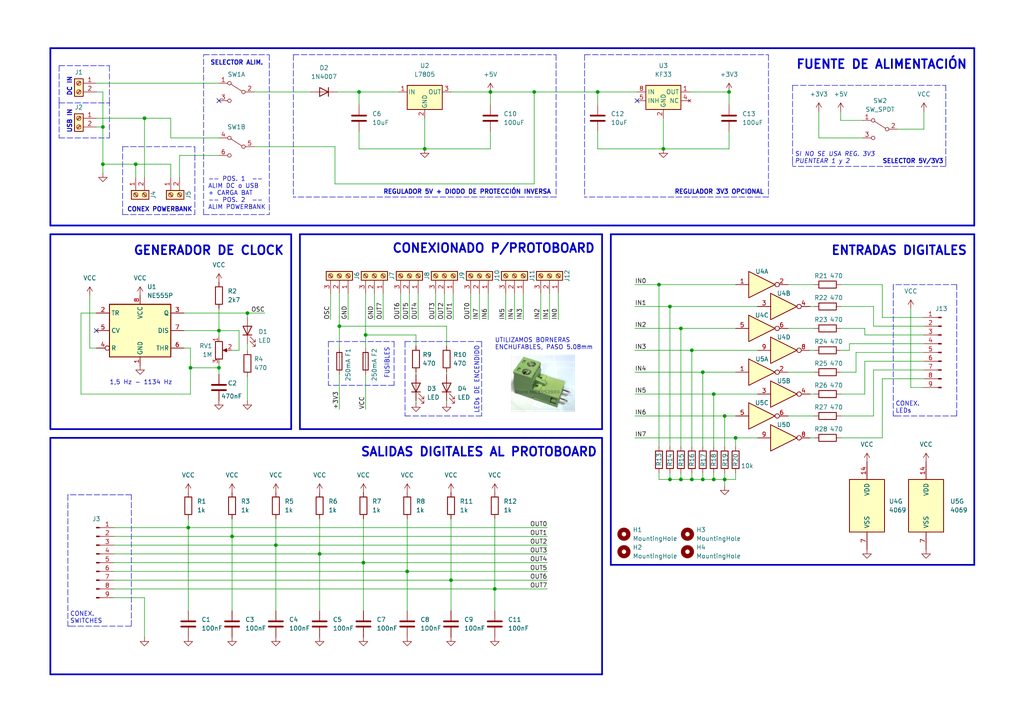
<source format=kicad_sch>
(kicad_sch (version 20211123) (generator eeschema)
  (paper "A4")
  (title_block (title "Practico de Laboratorio N° 1. --- Mini Lab ---") (date "2022-03-25") (rev "0.1") (company "UTN FRC - Ing. Electrónica") (comment 1 "Propuesta MINILAB") (comment 2 "Técnicas Digitales 1") (comment 3 "Morán, Juan  -  Sánchez, Juan  -  Pioli, Andrés  -  Philippeaux, Enrique"))
  (junction (at 104.14 26.67))
  (junction (at 80.01 158.115))
  (junction (at 194.31 139.065))
  (junction (at 197.485 139.065))
  (junction (at 118.11 165.735))
  (junction (at 92.71 160.655))
  (junction (at 203.835 139.065))
  (junction (at 63.5 106.68))
  (junction (at 143.51 170.815))
  (junction (at 63.5 95.885))
  (junction (at 29.845 36.83))
  (junction (at 197.485 95.25))
  (junction (at 142.24 26.67))
  (junction (at 200.66 101.6))
  (junction (at 200.66 139.065))
  (junction (at 105.41 163.195))
  (junction (at 194.31 88.9))
  (junction (at 29.845 47.625))
  (junction (at 98.425 94.615))
  (junction (at 54.61 153.035))
  (junction (at 106.045 97.155))
  (junction (at 207.01 114.3))
  (junction (at 55.245 106.68))
  (junction (at 123.19 43.18))
  (junction (at 207.01 139.065))
  (junction (at 213.36 127))
  (junction (at 67.31 155.575))
  (junction (at 210.185 120.65))
  (junction (at 130.81 168.275))
  (junction (at 154.94 26.67))
  (junction (at 191.135 82.55))
  (junction (at 192.405 43.18))
  (junction (at 41.91 34.29))
  (junction (at 39.37 47.625))
  (junction (at 210.185 139.065))
  (junction (at 211.455 26.67))
  (junction (at 203.835 107.95))
  (junction (at 71.755 90.805))
  (junction (at 173.355 26.67))
  (no_connect (at 27.94 95.885))
  (no_connect (at 184.785 29.21))
  (no_connect (at 63.5 29.21))
  (no_connect (at 320.04 96.52))
  (no_connect (at 320.04 104.775))
  (no_connect (at 320.04 121.285))
  (no_connect (at 320.04 113.03))
  (polyline (pts (xy 117.475 99.06) (xy 139.7 99.06)))
  (wire (pts (xy 207.01 114.3) (xy 219.71 114.3)))
  (wire (pts (xy 71.755 90.805) (xy 76.835 90.805)))
  (wire (pts (xy 228.6 107.95) (xy 236.22 107.95)))
  (polyline (pts (xy 282.575 163.83) (xy 282.575 67.945)) (stroke (width 0.5) (type solid)))
  (wire (pts (xy 63.5 106.68) (xy 63.5 108.585)))
  (polyline (pts (xy 259.08 120.65) (xy 259.715 120.65)))
  (wire (pts (xy 161.925 85.09) (xy 161.925 92.71)))
  (wire (pts (xy 267.97 37.465) (xy 260.35 37.465)))
  (wire (pts (xy 211.455 30.48) (xy 211.455 26.67)))
  (polyline (pts (xy 229.87 24.765) (xy 274.32 24.765)))
  (wire (pts (xy 98.425 94.615) (xy 98.425 100.965)))
  (polyline (pts (xy 259.08 82.55) (xy 259.08 120.65)))
  (wire (pts (xy 184.15 101.6) (xy 200.66 101.6)))
  (wire (pts (xy 194.31 137.16) (xy 194.31 139.065)))
  (wire (pts (xy 92.71 160.655) (xy 158.75 160.655)))
  (wire (pts (xy 41.91 34.29) (xy 41.91 51.435)))
  (wire (pts (xy 129.54 116.205) (xy 129.54 116.84)))
  (polyline (pts (xy 177.165 163.83) (xy 282.575 163.83)) (stroke (width 0.5) (type solid)))
  (wire (pts (xy 136.525 85.09) (xy 136.525 92.71)))
  (wire (pts (xy 49.53 40.005) (xy 63.5 40.005)))
  (polyline (pts (xy 14.605 67.945) (xy 14.605 124.46)) (stroke (width 0.5) (type solid)))
  (wire (pts (xy 33.02 170.815) (xy 143.51 170.815)))
  (wire (pts (xy 197.485 139.065) (xy 194.31 139.065)))
  (polyline (pts (xy 174.625 67.945) (xy 86.995 67.945)) (stroke (width 0.5) (type solid)))
  (wire (pts (xy 92.71 160.655) (xy 92.71 177.165)))
  (wire (pts (xy 210.185 120.65) (xy 213.36 120.65)))
  (wire (pts (xy 267.97 107.315) (xy 253.365 107.315)))
  (wire (pts (xy 106.045 97.155) (xy 106.045 100.965)))
  (polyline (pts (xy 174.625 195.58) (xy 174.625 127)) (stroke (width 0.5) (type solid)))
  (wire (pts (xy 73.66 42.545) (xy 97.155 42.545)))
  (wire (pts (xy 52.07 45.085) (xy 63.5 45.085)))
  (polyline (pts (xy 20.32 181.61) (xy 38.1 181.61)))
  (wire (pts (xy 105.41 163.195) (xy 158.75 163.195)))
  (polyline (pts (xy 17.145 19.05) (xy 31.75 19.05)))
  (wire (pts (xy 49.53 47.625) (xy 49.53 51.435)))
  (wire (pts (xy 250.825 114.3) (xy 243.84 114.3)))
  (wire (pts (xy 210.185 137.16) (xy 210.185 139.065)))
  (polyline (pts (xy 35.56 62.23) (xy 35.56 42.545)))
  (wire (pts (xy 228.6 95.25) (xy 236.22 95.25)))
  (polyline (pts (xy 86.995 67.945) (xy 86.995 124.46)) (stroke (width 0.5) (type solid)))
  (wire (pts (xy 142.24 38.1) (xy 142.24 43.18)))
  (wire (pts (xy 123.19 34.29) (xy 123.19 43.18)))
  (wire (pts (xy 80.01 150.495) (xy 80.01 158.115)))
  (wire (pts (xy 71.755 90.805) (xy 53.34 90.805)))
  (polyline (pts (xy 229.87 46.355) (xy 229.87 48.26)))
  (wire (pts (xy 71.755 99.695) (xy 71.755 101.6)))
  (wire (pts (xy 234.95 88.9) (xy 236.22 88.9)))
  (wire (pts (xy 41.91 173.355) (xy 41.91 184.785)))
  (wire (pts (xy 118.11 150.495) (xy 118.11 165.735)))
  (wire (pts (xy 80.01 158.115) (xy 158.75 158.115)))
  (wire (pts (xy 213.36 129.54) (xy 213.36 127)))
  (polyline (pts (xy 31.75 40.005) (xy 31.75 29.845)))
  (polyline (pts (xy 277.495 82.55) (xy 259.08 82.55)))
  (wire (pts (xy 116.205 85.09) (xy 116.205 92.71)))
  (wire (pts (xy 39.37 47.625) (xy 49.53 47.625)))
  (wire (pts (xy 63.5 105.41) (xy 63.5 106.68)))
  (polyline (pts (xy 17.145 40.005) (xy 31.75 40.005)))
  (polyline (pts (xy 139.7 120.65) (xy 117.475 120.65)))
  (wire (pts (xy 54.61 153.035) (xy 158.75 153.035)))
  (wire (pts (xy 234.95 114.3) (xy 236.22 114.3)))
  (polyline (pts (xy 229.87 24.765) (xy 229.87 46.355)))
  (wire (pts (xy 154.94 26.67) (xy 173.355 26.67)))
  (wire (pts (xy 210.185 129.54) (xy 210.185 120.65)))
  (wire (pts (xy 156.845 85.09) (xy 156.845 92.71)))
  (wire (pts (xy 264.16 89.535) (xy 264.16 112.395)))
  (wire (pts (xy 123.19 43.18) (xy 104.14 43.18)))
  (wire (pts (xy 173.355 26.67) (xy 173.355 30.48)))
  (wire (pts (xy 100.965 85.09) (xy 100.965 92.71)))
  (wire (pts (xy 200.66 139.065) (xy 197.485 139.065)))
  (polyline (pts (xy 114.3 111.76) (xy 95.25 111.76)))
  (wire (pts (xy 142.24 30.48) (xy 142.24 26.67)))
  (wire (pts (xy 143.51 170.815) (xy 143.51 177.165)))
  (wire (pts (xy 39.37 47.625) (xy 39.37 51.435)))
  (wire (pts (xy 250.825 95.25) (xy 243.84 95.25)))
  (wire (pts (xy 200.66 101.6) (xy 219.71 101.6)))
  (wire (pts (xy 120.65 116.205) (xy 120.65 116.84)))
  (wire (pts (xy 191.135 82.55) (xy 213.36 82.55)))
  (polyline (pts (xy 161.29 57.15) (xy 85.09 57.15)))
  (wire (pts (xy 234.95 127) (xy 236.22 127)))
  (polyline (pts (xy 274.32 24.765) (xy 274.32 46.355)))
  (wire (pts (xy 207.01 137.16) (xy 207.01 139.065)))
  (wire (pts (xy 184.15 127) (xy 213.36 127)))
  (wire (pts (xy 191.135 129.54) (xy 191.135 82.55)))
  (wire (pts (xy 184.15 82.55) (xy 191.135 82.55)))
  (polyline (pts (xy 95.25 99.06) (xy 114.3 99.06)))
  (wire (pts (xy 104.14 43.18) (xy 104.14 38.1)))
  (wire (pts (xy 200.025 26.67) (xy 211.455 26.67)))
  (wire (pts (xy 253.365 94.615) (xy 267.97 94.615)))
  (wire (pts (xy 203.835 107.95) (xy 213.36 107.95)))
  (wire (pts (xy 33.02 163.195) (xy 105.41 163.195)))
  (wire (pts (xy 207.01 129.54) (xy 207.01 114.3)))
  (wire (pts (xy 203.835 137.16) (xy 203.835 139.065)))
  (wire (pts (xy 67.31 150.495) (xy 67.31 155.575)))
  (wire (pts (xy 297.815 113.03) (xy 304.8 113.03)))
  (wire (pts (xy 29.845 47.625) (xy 39.37 47.625)))
  (polyline (pts (xy 14.605 127) (xy 14.605 195.58)) (stroke (width 0.5) (type solid)))
  (wire (pts (xy 210.185 139.065) (xy 207.01 139.065)))
  (wire (pts (xy 228.6 120.65) (xy 236.22 120.65)))
  (wire (pts (xy 142.24 26.67) (xy 130.81 26.67)))
  (polyline (pts (xy 35.56 62.23) (xy 56.515 62.23)))
  (wire (pts (xy 63.5 95.885) (xy 53.34 95.885)))
  (wire (pts (xy 49.53 34.29) (xy 49.53 40.005)))
  (wire (pts (xy 129.54 107.95) (xy 129.54 108.585)))
  (wire (pts (xy 250.825 104.775) (xy 250.825 114.3)))
  (wire (pts (xy 248.285 102.235) (xy 248.285 107.95)))
  (wire (pts (xy 53.34 100.965) (xy 55.245 100.965)))
  (wire (pts (xy 29.845 26.67) (xy 29.845 36.83)))
  (wire (pts (xy 200.66 129.54) (xy 200.66 101.6)))
  (wire (pts (xy 67.31 155.575) (xy 158.75 155.575)))
  (wire (pts (xy 243.84 101.6) (xy 246.38 101.6)))
  (wire (pts (xy 184.15 107.95) (xy 203.835 107.95)))
  (wire (pts (xy 191.135 139.065) (xy 191.135 137.16)))
  (wire (pts (xy 63.5 97.79) (xy 63.5 95.885)))
  (wire (pts (xy 69.342 95.885) (xy 63.5 95.885)))
  (polyline (pts (xy 174.625 127) (xy 14.605 127)) (stroke (width 0.5) (type solid)))
  (wire (pts (xy 29.845 36.83) (xy 29.845 47.625)))
  (wire (pts (xy 213.36 139.065) (xy 210.185 139.065)))
  (wire (pts (xy 237.49 32.385) (xy 237.49 40.005)))
  (wire (pts (xy 29.845 47.625) (xy 29.845 50.165)))
  (polyline (pts (xy 17.145 29.845) (xy 17.145 40.005)))
  (wire (pts (xy 243.84 88.9) (xy 253.365 88.9)))
  (wire (pts (xy 121.285 85.09) (xy 121.285 92.71)))
  (polyline (pts (xy 177.165 67.945) (xy 177.165 163.83)) (stroke (width 0.5) (type solid)))
  (wire (pts (xy 211.455 43.18) (xy 192.405 43.18)))
  (wire (pts (xy 267.97 99.695) (xy 246.38 99.695)))
  (wire (pts (xy 146.685 85.09) (xy 146.685 92.71)))
  (wire (pts (xy 142.24 26.67) (xy 154.94 26.67)))
  (wire (pts (xy 267.97 109.855) (xy 255.905 109.855)))
  (wire (pts (xy 184.15 95.25) (xy 197.485 95.25)))
  (wire (pts (xy 67.31 155.575) (xy 67.31 177.165)))
  (polyline (pts (xy 38.1 143.51) (xy 19.685 143.51)))
  (wire (pts (xy 243.84 34.925) (xy 243.84 32.385)))
  (wire (pts (xy 255.905 127) (xy 243.84 127)))
  (wire (pts (xy 130.81 168.275) (xy 158.75 168.275)))
  (wire (pts (xy 159.385 85.09) (xy 159.385 92.71)))
  (wire (pts (xy 120.65 97.155) (xy 120.65 100.33)))
  (wire (pts (xy 63.5 89.535) (xy 63.5 95.885)))
  (wire (pts (xy 118.745 85.09) (xy 118.745 92.71)))
  (wire (pts (xy 120.65 97.155) (xy 106.045 97.155)))
  (wire (pts (xy 27.94 24.13) (xy 63.5 24.13)))
  (wire (pts (xy 192.405 43.18) (xy 173.355 43.18)))
  (polyline (pts (xy 174.625 124.46) (xy 174.625 67.945)) (stroke (width 0.5) (type solid)))
  (wire (pts (xy 104.14 26.67) (xy 104.14 30.48)))
  (polyline (pts (xy 282.575 13.97) (xy 282.575 65.405)) (stroke (width 0.5) (type solid)))
  (polyline (pts (xy 161.29 15.875) (xy 161.29 57.15)))
  (polyline (pts (xy 86.995 124.46) (xy 174.625 124.46)) (stroke (width 0.5) (type solid)))
  (wire (pts (xy 73.66 26.67) (xy 90.17 26.67)))
  (polyline (pts (xy 38.1 181.61) (xy 38.1 143.51)))
  (wire (pts (xy 141.605 85.09) (xy 141.605 92.71)))
  (wire (pts (xy 142.24 43.18) (xy 123.19 43.18)))
  (polyline (pts (xy 169.545 15.875) (xy 222.885 15.875)))
  (wire (pts (xy 213.36 127) (xy 219.71 127)))
  (wire (pts (xy 203.835 139.065) (xy 200.66 139.065)))
  (wire (pts (xy 80.01 158.115) (xy 80.01 177.165)))
  (wire (pts (xy 154.94 53.34) (xy 154.94 26.67)))
  (wire (pts (xy 106.045 108.585) (xy 106.045 118.745)))
  (wire (pts (xy 129.54 94.615) (xy 129.54 100.33)))
  (polyline (pts (xy 222.885 57.15) (xy 169.545 57.15)))
  (wire (pts (xy 98.425 108.585) (xy 98.425 118.745)))
  (polyline (pts (xy 14.605 13.97) (xy 14.605 65.405)) (stroke (width 0.5) (type solid)))
  (wire (pts (xy 253.365 120.65) (xy 243.84 120.65)))
  (wire (pts (xy 55.245 106.68) (xy 63.5 106.68)))
  (wire (pts (xy 184.15 114.3) (xy 207.01 114.3)))
  (polyline (pts (xy 59.055 62.23) (xy 59.055 15.875)))
  (wire (pts (xy 41.91 34.29) (xy 49.53 34.29)))
  (wire (pts (xy 267.97 32.385) (xy 267.97 37.465)))
  (wire (pts (xy 118.11 165.735) (xy 118.11 177.165)))
  (polyline (pts (xy 282.575 67.945) (xy 177.165 67.945)) (stroke (width 0.5) (type solid)))
  (wire (pts (xy 250.825 97.155) (xy 250.825 95.25)))
  (wire (pts (xy 194.31 139.065) (xy 191.135 139.065)))
  (wire (pts (xy 210.185 139.065) (xy 210.185 140.97)))
  (polyline (pts (xy 139.7 99.06) (xy 139.7 120.65)))
  (wire (pts (xy 267.97 102.235) (xy 248.285 102.235)))
  (polyline (pts (xy 222.885 15.875) (xy 222.885 57.15)))
  (wire (pts (xy 129.54 94.615) (xy 98.425 94.615)))
  (wire (pts (xy 151.765 85.09) (xy 151.765 92.71)))
  (polyline (pts (xy 31.75 19.05) (xy 31.75 29.845)))
  (polyline (pts (xy 85.09 15.875) (xy 85.09 57.15)))
  (polyline (pts (xy 19.685 143.51) (xy 19.685 181.61)))
  (polyline (pts (xy 14.605 124.46) (xy 84.455 124.46)) (stroke (width 0.5) (type solid)))
  (polyline (pts (xy 19.685 181.61) (xy 20.32 181.61)))
  (wire (pts (xy 55.245 106.68) (xy 55.245 114.3)))
  (wire (pts (xy 27.94 100.965) (xy 26.035 100.965)))
  (wire (pts (xy 267.97 112.395) (xy 264.16 112.395)))
  (wire (pts (xy 173.355 26.67) (xy 184.785 26.67)))
  (wire (pts (xy 111.125 85.09) (xy 111.125 92.71)))
  (wire (pts (xy 197.485 95.25) (xy 213.36 95.25)))
  (wire (pts (xy 27.94 34.29) (xy 41.91 34.29)))
  (polyline (pts (xy 277.495 120.65) (xy 277.495 82.55)))
  (polyline (pts (xy 117.475 99.06) (xy 117.475 120.65)))
  (wire (pts (xy 184.15 88.9) (xy 194.31 88.9)))
  (wire (pts (xy 213.36 137.16) (xy 213.36 139.065)))
  (wire (pts (xy 228.6 82.55) (xy 236.22 82.55)))
  (wire (pts (xy 234.95 101.6) (xy 236.22 101.6)))
  (wire (pts (xy 207.01 139.065) (xy 203.835 139.065)))
  (polyline (pts (xy 95.25 99.06) (xy 95.25 111.76)))
  (wire (pts (xy 143.51 170.815) (xy 158.75 170.815)))
  (wire (pts (xy 27.94 90.805) (xy 23.495 90.805)))
  (polyline (pts (xy 56.515 42.545) (xy 56.515 62.23)))
  (wire (pts (xy 267.97 104.775) (xy 250.825 104.775)))
  (wire (pts (xy 33.02 153.035) (xy 54.61 153.035)))
  (wire (pts (xy 106.045 85.09) (xy 106.045 97.155)))
  (wire (pts (xy 97.79 26.67) (xy 104.14 26.67)))
  (wire (pts (xy 23.495 90.805) (xy 23.495 114.3)))
  (wire (pts (xy 297.815 96.52) (xy 304.8 96.52)))
  (wire (pts (xy 95.885 85.09) (xy 95.885 92.71)))
  (wire (pts (xy 192.405 34.29) (xy 192.405 43.18)))
  (wire (pts (xy 297.815 121.285) (xy 304.8 121.285)))
  (wire (pts (xy 67.31 101.6) (xy 69.342 101.6)))
  (wire (pts (xy 297.815 104.775) (xy 304.8 104.775)))
  (wire (pts (xy 197.485 129.54) (xy 197.485 95.25)))
  (wire (pts (xy 33.02 160.655) (xy 92.71 160.655)))
  (wire (pts (xy 130.81 168.275) (xy 130.81 177.165)))
  (polyline (pts (xy 17.145 29.845) (xy 31.75 29.845)))
  (wire (pts (xy 267.97 92.075) (xy 255.905 92.075)))
  (wire (pts (xy 253.365 107.315) (xy 253.365 120.65)))
  (polyline (pts (xy 169.545 15.875) (xy 169.545 57.15)))
  (wire (pts (xy 194.31 88.9) (xy 219.71 88.9)))
  (wire (pts (xy 130.81 150.495) (xy 130.81 168.275)))
  (wire (pts (xy 98.425 85.09) (xy 98.425 94.615)))
  (wire (pts (xy 71.755 116.205) (xy 71.755 109.22)))
  (wire (pts (xy 92.71 150.495) (xy 92.71 160.655)))
  (wire (pts (xy 33.02 173.355) (xy 41.91 173.355)))
  (wire (pts (xy 128.905 85.09) (xy 128.905 92.71)))
  (wire (pts (xy 33.02 165.735) (xy 118.11 165.735)))
  (wire (pts (xy 248.285 107.95) (xy 243.84 107.95)))
  (wire (pts (xy 143.51 150.495) (xy 143.51 170.815)))
  (polyline (pts (xy 114.3 99.06) (xy 114.3 111.76)))
  (polyline (pts (xy 59.055 62.23) (xy 78.105 62.23)))
  (wire (pts (xy 105.41 150.495) (xy 105.41 163.195)))
  (polyline (pts (xy 84.455 67.945) (xy 14.605 67.945)) (stroke (width 0.5) (type solid)))
  (polyline (pts (xy 78.105 15.875) (xy 78.105 62.23)))
  (wire (pts (xy 197.485 137.16) (xy 197.485 139.065)))
  (polyline (pts (xy 259.715 120.65) (xy 277.495 120.65)))
  (wire (pts (xy 118.11 165.735) (xy 158.75 165.735)))
  (wire (pts (xy 105.41 163.195) (xy 105.41 177.165)))
  (wire (pts (xy 250.19 34.925) (xy 243.84 34.925)))
  (wire (pts (xy 108.585 85.09) (xy 108.585 92.71)))
  (wire (pts (xy 33.02 155.575) (xy 67.31 155.575)))
  (polyline (pts (xy 274.32 46.355) (xy 274.32 48.26)))
  (wire (pts (xy 69.342 101.6) (xy 69.342 95.885)))
  (wire (pts (xy 55.245 100.965) (xy 55.245 106.68)))
  (wire (pts (xy 255.905 92.075) (xy 255.905 82.55)))
  (wire (pts (xy 131.445 85.09) (xy 131.445 92.71)))
  (wire (pts (xy 184.15 120.65) (xy 210.185 120.65)))
  (polyline (pts (xy 84.455 124.46) (xy 84.455 67.945)) (stroke (width 0.5) (type solid)))
  (wire (pts (xy 52.07 51.435) (xy 52.07 45.085)))
  (wire (pts (xy 33.02 168.275) (xy 130.81 168.275)))
  (wire (pts (xy 23.495 114.3) (xy 55.245 114.3)))
  (wire (pts (xy 255.905 82.55) (xy 243.84 82.55)))
  (polyline (pts (xy 282.575 65.405) (xy 14.605 65.405)) (stroke (width 0.5) (type solid)))
  (polyline (pts (xy 85.09 15.875) (xy 161.29 15.875)))
  (wire (pts (xy 149.225 85.09) (xy 149.225 92.71)))
  (wire (pts (xy 255.905 109.855) (xy 255.905 127)))
  (wire (pts (xy 267.97 97.155) (xy 250.825 97.155)))
  (wire (pts (xy 237.49 40.005) (xy 250.19 40.005)))
  (wire (pts (xy 203.835 129.54) (xy 203.835 107.95)))
  (wire (pts (xy 54.61 150.495) (xy 54.61 153.035)))
  (wire (pts (xy 120.65 107.95) (xy 120.65 108.585)))
  (wire (pts (xy 71.755 92.075) (xy 71.755 90.805)))
  (wire (pts (xy 126.365 85.09) (xy 126.365 92.71)))
  (polyline (pts (xy 14.605 195.58) (xy 174.625 195.58)) (stroke (width 0.5) (type solid)))
  (polyline (pts (xy 14.605 13.97) (xy 282.575 13.97)) (stroke (width 0.5) (type solid)))
  (polyline (pts (xy 17.145 29.845) (xy 17.145 19.05)))
  (wire (pts (xy 253.365 88.9) (xy 253.365 94.615)))
  (wire (pts (xy 26.035 100.965) (xy 26.035 85.725)))
  (wire (pts (xy 200.66 137.16) (xy 200.66 139.065)))
  (wire (pts (xy 97.155 42.545) (xy 97.155 53.34)))
  (wire (pts (xy 211.455 38.1) (xy 211.455 43.18)))
  (polyline (pts (xy 35.56 42.545) (xy 56.515 42.545)))
  (wire (pts (xy 115.57 26.67) (xy 104.14 26.67)))
  (wire (pts (xy 27.94 26.67) (xy 29.845 26.67)))
  (wire (pts (xy 27.94 36.83) (xy 29.845 36.83)))
  (wire (pts (xy 33.02 158.115) (xy 80.01 158.115)))
  (wire (pts (xy 54.61 153.035) (xy 54.61 177.165)))
  (polyline (pts (xy 59.055 15.875) (xy 78.105 15.875)))
  (wire (pts (xy 173.355 43.18) (xy 173.355 38.1)))
  (wire (pts (xy 139.065 85.09) (xy 139.065 92.71)))
  (wire (pts (xy 194.31 129.54) (xy 194.31 88.9)))
  (wire (pts (xy 97.155 53.34) (xy 154.94 53.34)))
  (wire (pts (xy 246.38 99.695) (xy 246.38 101.6)))
  (polyline (pts (xy 274.32 48.26) (xy 229.87 48.26)))
  (image (at 157.48 111.125) (scale 0.350294))
  (text "SELECTOR 5V/3V3" (at 255.905 47.625 0) (effects (font (size 1.27 1.27) (thickness 0.254) bold) (justify left bottom)))
  (text "SALIDAS DIGITALES AL PROTOBOARD" (at 173.355 132.715 180) (effects (font (size 2.54 2.54) (thickness 0.508) bold) (justify right bottom)))
  (text "CONEXIONADO P/PROTOBOARD" (at 172.72 73.66 180) (effects (font (size 2.54 2.54) (thickness 0.508) bold) (justify right bottom)))
  (text "DC IN" (at 20.955 22.225 270) (effects (font (size 1.27 1.27) (thickness 0.254) bold) (justify right bottom)))
  (text "USB IN" (at 20.955 38.735 90) (effects (font (size 1.27 1.27) (thickness 0.254) bold) (justify left bottom)))
  (text "UTILIZAMOS BORNERAS\nENCHUFABLES, PASO 5.08mm\n" (at 143.51 101.6 0) (effects (font (size 1.27 1.27)) (justify left bottom)))
  (text "GENERADOR DE CLOCK" (at 82.55 74.295 180) (effects (font (size 2.54 2.54) (thickness 0.508) bold) (justify right bottom)))
  (text "1,5 Hz - 1134 Hz" (at 31.75 111.76 0) (effects (font (size 1.27 1.27)) (justify left bottom)))
  (text "SI NO SE USA REG. 3V3\nPUENTEAR 1 y 2" (at 230.505 47.625 0) (effects (font (size 1.27 1.27) italic) (justify left bottom)))
  (text "CONEX.\nLEDs" (at 259.715 120.015 0) (effects (font (size 1.27 1.27)) (justify left bottom)))
  (text "CONEX.\nSWITCHES" (at 20.32 180.975 0) (effects (font (size 1.27 1.27)) (justify left bottom)))
  (text "ENTRADAS DIGITALES" (at 280.67 74.295 180) (effects (font (size 2.54 2.54) (thickness 0.508) bold) (justify right bottom)))
  (text "REGULADOR 5V + DIODO DE PROTECCIÓN INVERSA" (at 111.125 56.515 0) (effects (font (size 1.27 1.27) (thickness 0.254) bold) (justify left bottom)))
  (text "LEDs DE ENCENDIDO" (at 139.065 120.015 90) (effects (font (size 1.27 1.27)) (justify left bottom)))
  (text "REGULADOR 3V3 OPCIONAL" (at 195.58 56.515 0) (effects (font (size 1.27 1.27) (thickness 0.254) bold) (justify left bottom)))
  (text "SELECTOR ALIM." (at 60.96 19.05 0) (effects (font (size 1.27 1.27) (thickness 0.254) bold) (justify left bottom)))
  (text "FUSIBLES" (at 113.03 109.855 90) (effects (font (size 1.27 1.27)) (justify left bottom)))
  (text "-- POS. 1  --\nALIM DC o USB\n+ CARGA BAT\n-- POS. 2  --\nALIM POWERBANK" (at 60.325 60.96 0) (effects (font (size 1.27 1.27)) (justify left bottom)))
  (text "FUENTE DE ALIMENTACIÓN" (at 280.67 20.32 180) (effects (font (size 2.54 2.54) (thickness 0.508) bold) (justify right bottom)))
  (text "CONEX POWERBANK" (at 36.83 61.595 0) (effects (font (size 1.27 1.27) (thickness 0.254) bold) (justify left bottom)))
  (label "IN5" (at 146.685 92.71 90))
  (label "OUT3" (at 126.365 92.71 90))
  (label "OUT2" (at 158.75 158.115 180))
  (label "IN0" (at 161.925 92.71 90))
  (label "IN1" (at 159.385 92.71 90))
  (label "IN1" (at 184.15 88.9 0))
  (label "OUT0" (at 158.75 153.035 180))
  (label "IN3" (at 151.765 92.71 90))
  (label "OUT1" (at 158.75 155.575 180))
  (label "OUT7" (at 111.125 92.71 90))
  (label "OUT3" (at 158.75 160.655 180))
  (label "IN7" (at 139.065 92.71 90))
  (label "OSC" (at 76.835 90.805 180))
  (label "OUT5" (at 118.745 92.71 90))
  (label "GND" (at 100.965 92.71 90))
  (label "OUT6" (at 116.205 92.71 90))
  (label "OUT0" (at 136.525 92.71 90))
  (label "+3V3" (at 98.425 118.745 90))
  (label "IN2" (at 297.815 96.52 0))
  (label "IN5" (at 297.815 121.285 0))
  (label "IN4" (at 184.15 107.95 0))
  (label "OUT2" (at 128.905 92.71 90))
  (label "OUT1" (at 131.445 92.71 90))
  (label "OUT7" (at 158.75 170.815 180))
  (label "GND" (at 108.585 92.71 90))
  (label "IN7" (at 184.15 127 0))
  (label "IN1" (at 297.815 104.775 0))
  (label "IN5" (at 184.15 114.3 0))
  (label "IN2" (at 156.845 92.71 90))
  (label "OUT4" (at 158.75 163.195 180))
  (label "IN6" (at 141.605 92.71 90))
  (label "OUT6" (at 158.75 168.275 180))
  (label "IN4" (at 149.225 92.71 90))
  (label "IN6" (at 297.815 113.03 0))
  (label "IN3" (at 184.15 101.6 0))
  (label "VCC" (at 106.045 118.745 90))
  (label "OUT4" (at 121.285 92.71 90))
  (label "IN0" (at 184.15 82.55 0))
  (label "IN6" (at 184.15 120.65 0))
  (label "IN2" (at 184.15 95.25 0))
  (label "OUT5" (at 158.75 165.735 180))
  (label "OSC" (at 95.885 92.71 90))
  (symbol (lib_id "power:GND") (at 130.81 184.785 0) (unit 1)
    (property "Reference" "#PWR025" (effects hide))
    (property "Value" "GND" (effects hide))
  )
  (symbol (lib_id "4xxx:4069") (at 227.33 127 0) (unit 4)
    (property "Reference" "U5" (at 227.33 123.19 0))
    (property "Value" "4069" (effects hide))
    (property "Datasheet" "http://www.intersil.com/content/dam/Intersil/documents/cd40/cd4069ubms.pdf" (effects hide))
  )
  (symbol (lib_id "Device:R") (at 197.485 133.35 0) (unit 1)
    (property "Reference" "R15" (at 197.612 135.382 90) (effects (justify left)))
    (property "Value" "10k" (effects hide))
    (property "Footprint" "Resistor_THT:R_Axial_DIN0207_L6.3mm_D2.5mm_P7.62mm_Horizontal" (effects hide))
  )
  (symbol (lib_id "power:VCC") (at 251.46 133.985 0) (unit 1)
    (property "Reference" "#PWR034" (effects hide))
    (property "Value" "VCC" (at 251.46 128.905 0))
  )
  (symbol (lib_id "power:VCC") (at 92.71 142.875 0) (unit 1)
    (property "Reference" "#PWR015" (effects hide))
    (property "Value" "VCC" (at 92.71 137.795 0))
  )
  (symbol (lib_id "Device:R") (at 240.03 127 90) (unit 1)
    (property "Reference" "R28" (at 238.125 124.46 90))
    (property "Value" "470" (at 242.57 124.46 90))
    (property "Footprint" "Resistor_THT:R_Axial_DIN0207_L6.3mm_D2.5mm_P7.62mm_Horizontal" (effects hide))
  )
  (symbol (lib_id "4xxx:4069") (at 268.605 146.685 0) (unit 7)
    (property "Reference" "U5" (at 275.59 145.4149 0) (effects (justify left)))
    (property "Value" "4069" (at 275.59 147.9549 0) (effects (justify left)))
    (property "Footprint" "Package_DIP:DIP-14_W7.62mm_Socket_LongPads" (effects hide))
    (property "Datasheet" "http://www.intersil.com/content/dam/Intersil/documents/cd40/cd4069ubms.pdf" (effects hide))
  )
  (symbol (lib_id "Device:R") (at 118.11 146.685 0) (unit 1)
    (property "Reference" "R8" (at 120.65 145.4149 0) (effects (justify left)))
    (property "Value" "1k" (at 120.65 147.9549 0) (effects (justify left)))
    (property "Footprint" "Resistor_THT:R_Axial_DIN0207_L6.3mm_D2.5mm_P7.62mm_Horizontal" (effects hide))
  )
  (symbol (lib_id "Device:R") (at 210.185 133.35 0) (unit 1)
    (property "Reference" "R19" (at 210.312 135.382 90) (effects (justify left)))
    (property "Value" "10k" (effects hide))
    (property "Footprint" "Resistor_THT:R_Axial_DIN0207_L6.3mm_D2.5mm_P7.62mm_Horizontal" (effects hide))
  )
  (symbol (lib_id "Device:R") (at 240.03 82.55 90) (unit 1)
    (property "Reference" "R21" (at 238.125 80.01 90))
    (property "Value" "470" (at 242.57 80.01 90))
    (property "Footprint" "Resistor_THT:R_Axial_DIN0207_L6.3mm_D2.5mm_P7.62mm_Horizontal" (effects hide))
  )
  (symbol (lib_id "power:GND") (at 63.5 116.205 0) (unit 1)
    (property "Reference" "#PWR09" (effects hide))
    (property "Value" "GND" (effects hide))
  )
  (symbol (lib_id "power:GND") (at 210.185 140.97 0) (unit 1)
    (property "Reference" "#PWR030" (effects hide))
    (property "Value" "GND" (effects hide))
  )
  (symbol (lib_id "4xxx:4069") (at 227.33 101.6 0) (unit 4)
    (property "Reference" "U4" (at 227.33 97.79 0))
    (property "Value" "4069" (effects hide))
    (property "Datasheet" "http://www.intersil.com/content/dam/Intersil/documents/cd40/cd4069ubms.pdf" (effects hide))
  )
  (symbol (lib_id "power:GND") (at 54.61 184.785 0) (unit 1)
    (property "Reference" "#PWR07" (effects hide))
    (property "Value" "GND" (effects hide))
  )
  (symbol (lib_id "Device:R") (at 105.41 146.685 0) (unit 1)
    (property "Reference" "R7" (at 107.95 145.4149 0) (effects (justify left)))
    (property "Value" "1k" (at 107.95 147.9549 0) (effects (justify left)))
    (property "Footprint" "Resistor_THT:R_Axial_DIN0207_L6.3mm_D2.5mm_P7.62mm_Horizontal" (effects hide))
  )
  (symbol (lib_id "Device:C") (at 54.61 180.975 0) (unit 1)
    (property "Reference" "C1" (at 58.42 179.7049 0) (effects (justify left)))
    (property "Value" "100nF" (at 58.42 182.2449 0) (effects (justify left)))
    (property "Footprint" "Capacitor_THT:C_Disc_D5.0mm_W2.5mm_P5.00mm" (effects hide))
  )
  (symbol (lib_id "Device:LED") (at 120.65 112.395 90) (unit 1)
    (property "Reference" "D3" (at 123.825 112.7124 90) (effects (justify right)))
    (property "Value" "LED" (at 123.825 115.2524 90) (effects (justify right)))
    (property "Footprint" "Connector_PinHeader_2.54mm:PinHeader_1x02_P2.54mm_Vertical" (effects hide))
  )
  (symbol (lib_id "Device:R") (at 80.01 146.685 0) (unit 1)
    (property "Reference" "R5" (at 82.55 145.4149 0) (effects (justify left)))
    (property "Value" "1k" (at 82.55 147.9549 0) (effects (justify left)))
    (property "Footprint" "Resistor_THT:R_Axial_DIN0207_L6.3mm_D2.5mm_P7.62mm_Horizontal" (effects hide))
  )
  (symbol (lib_id "Device:R") (at 92.71 146.685 0) (unit 1)
    (property "Reference" "R6" (at 95.25 145.4149 0) (effects (justify left)))
    (property "Value" "1k" (at 95.25 147.9549 0) (effects (justify left)))
    (property "Footprint" "Resistor_THT:R_Axial_DIN0207_L6.3mm_D2.5mm_P7.62mm_Horizontal" (effects hide))
  )
  (symbol (lib_id "Device:R") (at 240.03 120.65 90) (unit 1)
    (property "Reference" "R27" (at 238.125 118.11 90))
    (property "Value" "470" (at 242.57 118.11 90))
    (property "Footprint" "Resistor_THT:R_Axial_DIN0207_L6.3mm_D2.5mm_P7.62mm_Horizontal" (effects hide))
  )
  (symbol (lib_id "Switch:SW_SPDT") (at 255.27 37.465 0) (mirror y) (unit 1)
    (property "Reference" "SW2" (at 255.27 29.21 0))
    (property "Value" "SW_SPDT" (at 255.27 31.75 0))
    (property "Footprint" "Library:TestPoint_3Pads_Pitch5.08mm_Drill1.3mm" (effects hide))
  )
  (symbol (lib_id "Device:C") (at 92.71 180.975 0) (unit 1)
    (property "Reference" "C5" (at 96.52 179.7049 0) (effects (justify left)))
    (property "Value" "100nF" (at 96.52 182.2449 0) (effects (justify left)))
    (property "Footprint" "Capacitor_THT:C_Disc_D5.0mm_W2.5mm_P5.00mm" (effects hide))
  )
  (symbol (lib_id "Device:C") (at 80.01 180.975 0) (unit 1)
    (property "Reference" "C4" (at 83.82 179.7049 0) (effects (justify left)))
    (property "Value" "100nF" (at 83.82 182.2449 0) (effects (justify left)))
    (property "Footprint" "Capacitor_THT:C_Disc_D5.0mm_W2.5mm_P5.00mm" (effects hide))
  )
  (symbol (lib_id "4xxx:4069") (at 312.42 104.775 0) (unit 6)
    (property "Reference" "U4" (at 312.42 95.25 0))
    (property "Value" "4069" (at 312.42 97.79 0))
    (property "Datasheet" "http://www.intersil.com/content/dam/Intersil/documents/cd40/cd4069ubms.pdf" (effects hide))
  )
  (symbol (lib_id "power:VCC") (at 54.61 142.875 0) (unit 1)
    (property "Reference" "#PWR06" (effects hide))
    (property "Value" "VCC" (at 54.61 137.795 0))
  )
  (symbol (lib_id "Mechanical:MountingHole") (at 199.39 160.02 0) (unit 1)
    (property "Reference" "H4" (at 201.93 158.7499 0) (effects (justify left)))
    (property "Value" "MountingHole" (at 201.93 161.2899 0) (effects (justify left)))
    (property "Footprint" "MountingHole:MountingHole_3.2mm_M3" (effects hide))
  )
  (symbol (lib_id "4xxx:4069") (at 312.42 121.285 0) (unit 6)
    (property "Reference" "U5" (at 312.42 112.395 0))
    (property "Value" "4069" (at 312.42 114.935 0))
    (property "Datasheet" "http://www.intersil.com/content/dam/Intersil/documents/cd40/cd4069ubms.pdf" (effects hide))
  )
  (symbol (lib_id "4xxx:4069") (at 312.42 96.52 0) (unit 5)
    (property "Reference" "U4" (at 312.42 87.63 0))
    (property "Value" "4069" (at 312.42 90.17 0))
    (property "Datasheet" "http://www.intersil.com/content/dam/Intersil/documents/cd40/cd4069ubms.pdf" (effects hide))
  )
  (symbol (lib_id "Connector:Screw_Terminal_01x03") (at 149.225 80.01 270) (mirror x) (unit 1)
    (property "Reference" "J11" (at 154.305 80.01 0))
    (property "Value" "Screw_Terminal_01x03" (effects hide))
    (property "Footprint" "TerminalBlock_RND:TerminalBlock_RND_205-00288_1x03_P5.08mm_Horizontal" (effects hide))
  )
  (symbol (lib_id "Connector:Conn_01x09_Male") (at 273.05 102.235 0) (mirror y) (unit 1)
    (property "Reference" "J13" (at 273.05 89.535 0))
    (property "Value" "Conn_01x09_Male" (effects hide))
    (property "Footprint" "Connector_PinHeader_2.54mm:PinHeader_1x09_P2.54mm_Vertical" (effects hide))
  )
  (symbol (lib_id "power:GND") (at 123.19 43.18 0) (unit 1)
    (property "Reference" "#PWR022" (effects hide))
    (property "Value" "GND" (effects hide))
  )
  (symbol (lib_id "Device:C") (at 143.51 180.975 0) (unit 1)
    (property "Reference" "C11" (at 147.32 179.7049 0) (effects (justify left)))
    (property "Value" "100nF" (at 147.32 182.2449 0) (effects (justify left)))
    (property "Footprint" "Capacitor_THT:C_Disc_D5.0mm_W2.5mm_P5.00mm" (effects hide))
  )
  (symbol (lib_id "Connector:Screw_Terminal_01x02") (at 39.37 56.515 90) (mirror x) (unit 1)
    (property "Reference" "J4" (at 44.45 56.515 0))
    (property "Value" "Screw_Terminal_01x02" (effects hide))
    (property "Footprint" "TestPoint:TestPoint_2Pads_Pitch5.08mm_Drill1.3mm" (effects hide))
  )
  (symbol (lib_id "4xxx:4069") (at 227.33 88.9 0) (unit 2)
    (property "Reference" "U4" (at 227.33 85.09 0))
    (property "Value" "4069" (effects hide))
    (property "Datasheet" "http://www.intersil.com/content/dam/Intersil/documents/cd40/cd4069ubms.pdf" (effects hide))
  )
  (symbol (lib_id "power:GND") (at 41.91 184.785 0) (unit 1)
    (property "Reference" "#PWR05" (effects hide))
    (property "Value" "GND" (effects hide))
  )
  (symbol (lib_id "Device:C") (at 173.355 34.29 0) (unit 1)
    (property "Reference" "C12" (at 177.165 33.0199 0) (effects (justify left)))
    (property "Value" "10uF" (at 177.165 35.5599 0) (effects (justify left)))
    (property "Footprint" "Capacitor_THT:C_Disc_D5.0mm_W2.5mm_P2.50mm" (effects hide))
  )
  (symbol (lib_id "power:GND") (at 251.46 159.385 0) (unit 1)
    (property "Reference" "#PWR035" (effects hide))
    (property "Value" "GND" (effects hide))
  )
  (symbol (lib_id "4xxx:4069") (at 227.33 114.3 0) (unit 2)
    (property "Reference" "U5" (at 227.33 110.49 0))
    (property "Value" "4069" (effects hide))
    (property "Datasheet" "http://www.intersil.com/content/dam/Intersil/documents/cd40/cd4069ubms.pdf" (effects hide))
  )
  (symbol (lib_id "power:GND") (at 268.605 159.385 0) (unit 1)
    (property "Reference" "#PWR039" (effects hide))
    (property "Value" "GND" (effects hide))
  )
  (symbol (lib_id "power:GND") (at 92.71 184.785 0) (unit 1)
    (property "Reference" "#PWR016" (effects hide))
    (property "Value" "GND" (effects hide))
  )
  (symbol (lib_id "Device:R") (at 143.51 146.685 0) (unit 1)
    (property "Reference" "R12" (at 146.05 145.4149 0) (effects (justify left)))
    (property "Value" "1k" (at 146.05 147.9549 0) (effects (justify left)))
    (property "Footprint" "Resistor_THT:R_Axial_DIN0207_L6.3mm_D2.5mm_P7.62mm_Horizontal" (effects hide))
  )
  (symbol (lib_id "Mechanical:MountingHole") (at 180.975 160.02 0) (unit 1)
    (property "Reference" "H2" (at 183.515 158.7499 0) (effects (justify left)))
    (property "Value" "MountingHole" (at 183.515 161.2899 0) (effects (justify left)))
    (property "Footprint" "MountingHole:MountingHole_3.2mm_M3" (effects hide))
  )
  (symbol (lib_id "power:GND") (at 120.65 116.84 0) (unit 1)
    (property "Reference" "#PWR021" (effects hide))
    (property "Value" "GND" (effects hide))
  )
  (symbol (lib_id "Connector:Screw_Terminal_01x02") (at 49.53 56.515 90) (mirror x) (unit 1)
    (property "Reference" "J5" (at 54.61 56.515 0))
    (property "Value" "Screw_Terminal_01x02" (effects hide))
    (property "Footprint" "TestPoint:TestPoint_2Pads_Pitch5.08mm_Drill1.3mm" (effects hide))
  )
  (symbol (lib_id "power:VCC") (at 264.16 89.535 0) (unit 1)
    (property "Reference" "#PWR036" (effects hide))
    (property "Value" "VCC" (at 264.16 84.455 0))
  )
  (symbol (lib_id "power:+5V") (at 142.24 26.67 0) (unit 1)
    (property "Reference" "#PWR026" (effects hide))
    (property "Value" "+5V" (at 142.24 21.59 0))
  )
  (symbol (lib_id "4xxx:4069") (at 312.42 113.03 0) (unit 5)
    (property "Reference" "U5" (at 312.42 103.505 0))
    (property "Value" "4069" (at 312.42 106.045 0))
    (property "Datasheet" "http://www.intersil.com/content/dam/Intersil/documents/cd40/cd4069ubms.pdf" (effects hide))
  )
  (symbol (lib_id "power:VCC") (at 67.31 142.875 0) (unit 1)
    (property "Reference" "#PWR010" (effects hide))
    (property "Value" "VCC" (at 67.31 137.795 0))
  )
  (symbol (lib_id "power:VCC") (at 63.5 81.915 0) (unit 1)
    (property "Reference" "#PWR08" (effects hide))
    (property "Value" "VCC" (at 63.5 76.835 0))
  )
  (symbol (lib_id "Device:LED") (at 129.54 112.395 90) (unit 1)
    (property "Reference" "D4" (at 132.715 112.7124 90) (effects (justify right)))
    (property "Value" "LED" (at 132.715 115.2524 90) (effects (justify right)))
    (property "Footprint" "Connector_PinHeader_2.54mm:PinHeader_1x02_P2.54mm_Vertical" (effects hide))
  )
  (symbol (lib_id "Device:R") (at 194.31 133.35 0) (unit 1)
    (property "Reference" "R14" (at 194.31 135.382 90) (effects (justify left)))
    (property "Value" "10k" (effects hide))
    (property "Footprint" "Resistor_THT:R_Axial_DIN0207_L6.3mm_D2.5mm_P7.62mm_Horizontal" (effects hide))
  )
  (symbol (lib_id "power:VCC") (at 80.01 142.875 0) (unit 1)
    (property "Reference" "#PWR013" (effects hide))
    (property "Value" "VCC" (at 80.01 137.795 0))
  )
  (symbol (lib_id "Device:R") (at 67.31 146.685 0) (unit 1)
    (property "Reference" "R3" (at 69.85 145.4149 0) (effects (justify left)))
    (property "Value" "1k" (at 69.85 147.9549 0) (effects (justify left)))
    (property "Footprint" "Resistor_THT:R_Axial_DIN0207_L6.3mm_D2.5mm_P7.62mm_Horizontal" (effects hide))
  )
  (symbol (lib_id "power:VCC") (at 26.035 85.725 0) (unit 1)
    (property "Reference" "#PWR01" (effects hide))
    (property "Value" "VCC" (at 26.035 80.645 0))
  )
  (symbol (lib_id "power:+3V3") (at 237.49 32.385 0) (unit 1)
    (property "Reference" "#PWR032" (effects hide))
    (property "Value" "+3V3" (at 237.49 27.305 0))
  )
  (symbol (lib_id "Device:C") (at 105.41 180.975 0) (unit 1)
    (property "Reference" "C7" (at 109.22 179.7049 0) (effects (justify left)))
    (property "Value" "100nF" (at 109.22 182.2449 0) (effects (justify left)))
    (property "Footprint" "Capacitor_THT:C_Disc_D5.0mm_W2.5mm_P5.00mm" (effects hide))
  )
  (symbol (lib_id "4xxx:4069") (at 220.98 82.55 0) (unit 1)
    (property "Reference" "U4" (at 220.98 78.74 0))
    (property "Value" "4069" (effects hide))
    (property "Datasheet" "http://www.intersil.com/content/dam/Intersil/documents/cd40/cd4069ubms.pdf" (effects hide))
  )
  (symbol (lib_id "Device:R") (at 129.54 104.14 0) (unit 1)
    (property "Reference" "R10" (at 131.445 102.8699 0) (effects (justify left)))
    (property "Value" "470" (at 131.445 105.4099 0) (effects (justify left)))
    (property "Footprint" "Resistor_THT:R_Axial_DIN0207_L6.3mm_D2.5mm_P7.62mm_Horizontal" (effects hide))
  )
  (symbol (lib_id "power:VCC") (at 268.605 133.985 0) (unit 1)
    (property "Reference" "#PWR038" (effects hide))
    (property "Value" "VCC" (at 268.605 128.905 0))
  )
  (symbol (lib_id "Device:C") (at 118.11 180.975 0) (unit 1)
    (property "Reference" "C8" (at 121.92 179.7049 0) (effects (justify left)))
    (property "Value" "100nF" (at 121.92 182.2449 0) (effects (justify left)))
    (property "Footprint" "Capacitor_THT:C_Disc_D5.0mm_W2.5mm_P5.00mm" (effects hide))
  )
  (symbol (lib_id "Device:R") (at 207.01 133.35 0) (unit 1)
    (property "Reference" "R18" (at 207.01 135.382 90) (effects (justify left)))
    (property "Value" "10k" (effects hide))
    (property "Footprint" "Resistor_THT:R_Axial_DIN0207_L6.3mm_D2.5mm_P7.62mm_Horizontal" (effects hide))
  )
  (symbol (lib_id "Device:R") (at 203.835 133.35 0) (unit 1)
    (property "Reference" "R17" (at 203.962 135.382 90) (effects (justify left)))
    (property "Value" "10k" (effects hide))
    (property "Footprint" "Resistor_THT:R_Axial_DIN0207_L6.3mm_D2.5mm_P7.62mm_Horizontal" (effects hide))
  )
  (symbol (lib_id "power:GND") (at 143.51 184.785 0) (unit 1)
    (property "Reference" "#PWR028" (effects hide))
    (property "Value" "GND" (effects hide))
  )
  (symbol (lib_id "Connector:Screw_Terminal_01x03") (at 118.745 80.01 270) (mirror x) (unit 1)
    (property "Reference" "J8" (at 123.825 80.01 0))
    (property "Value" "Screw_Terminal_01x03" (effects hide))
    (property "Footprint" "TerminalBlock_RND:TerminalBlock_RND_205-00288_1x03_P5.08mm_Horizontal" (effects hide))
  )
  (symbol (lib_id "Device:R") (at 130.81 146.685 0) (unit 1)
    (property "Reference" "R11" (at 133.35 145.4149 0) (effects (justify left)))
    (property "Value" "1k" (at 133.35 147.9549 0) (effects (justify left)))
    (property "Footprint" "Resistor_THT:R_Axial_DIN0207_L6.3mm_D2.5mm_P7.62mm_Horizontal" (effects hide))
  )
  (symbol (lib_id "Mechanical:MountingHole") (at 199.39 154.94 0) (unit 1)
    (property "Reference" "H3" (at 201.93 153.6699 0) (effects (justify left)))
    (property "Value" "MountingHole" (at 201.93 156.2099 0) (effects (justify left)))
    (property "Footprint" "MountingHole:MountingHole_3.2mm_M3" (effects hide))
  )
  (symbol (lib_id "power:GND") (at 105.41 184.785 0) (unit 1)
    (property "Reference" "#PWR018" (effects hide))
    (property "Value" "GND" (effects hide))
  )
  (symbol (lib_id "Device:LED") (at 71.755 95.885 90) (unit 1)
    (property "Reference" "D1" (at 74.93 96.2024 90) (effects (justify right)))
    (property "Value" "LED" (at 74.93 98.7424 90) (effects (justify right)))
    (property "Footprint" "Connector_PinHeader_2.54mm:PinHeader_1x02_P2.54mm_Vertical" (effects hide))
  )
  (symbol (lib_id "Connector:Screw_Terminal_01x03") (at 98.425 80.01 270) (mirror x) (unit 1)
    (property "Reference" "J6" (at 103.505 80.01 0))
    (property "Value" "Screw_Terminal_01x03" (effects hide))
    (property "Footprint" "TerminalBlock_RND:TerminalBlock_RND_205-00288_1x03_P5.08mm_Horizontal" (effects hide))
  )
  (symbol (lib_id "power:GND") (at 40.64 106.045 0) (unit 1)
    (property "Reference" "#PWR04" (effects hide))
    (property "Value" "GND" (effects hide))
  )
  (symbol (lib_id "Device:R") (at 120.65 104.14 0) (unit 1)
    (property "Reference" "R9" (at 122.555 102.8699 0) (effects (justify left)))
    (property "Value" "470" (at 122.555 105.4099 0) (effects (justify left)))
    (property "Footprint" "Resistor_THT:R_Axial_DIN0207_L6.3mm_D2.5mm_P7.62mm_Horizontal" (effects hide))
  )
  (symbol (lib_id "lib:KF33") (at 192.405 26.67 0) (unit 1)
    (property "Reference" "U3" (at 192.405 19.05 0))
    (property "Value" "KF33" (at 192.405 21.59 0))
    (property "Footprint" "Package_SO:SOIC-8-1EP_3.9x4.9mm_P1.27mm_EP2.29x3mm" (effects hide))
  )
  (symbol (lib_id "Device:R") (at 54.61 146.685 0) (unit 1)
    (property "Reference" "R1" (at 57.15 145.4149 0) (effects (justify left)))
    (property "Value" "1k" (at 57.15 147.9549 0) (effects (justify left)))
    (property "Footprint" "Resistor_THT:R_Axial_DIN0207_L6.3mm_D2.5mm_P7.62mm_Horizontal" (effects hide))
  )
  (symbol (lib_id "power:+5V") (at 243.84 32.385 0) (unit 1)
    (property "Reference" "#PWR033" (effects hide))
    (property "Value" "+5V" (at 243.84 27.305 0))
  )
  (symbol (lib_id "Device:R") (at 240.03 88.9 90) (unit 1)
    (property "Reference" "R22" (at 238.125 86.36 90))
    (property "Value" "470" (at 242.57 86.36 90))
    (property "Footprint" "Resistor_THT:R_Axial_DIN0207_L6.3mm_D2.5mm_P7.62mm_Horizontal" (effects hide))
  )
  (symbol (lib_id "Device:R") (at 240.03 114.3 90) (unit 1)
    (property "Reference" "R26" (at 238.125 111.76 90))
    (property "Value" "470" (at 242.57 111.76 90))
    (property "Footprint" "Resistor_THT:R_Axial_DIN0207_L6.3mm_D2.5mm_P7.62mm_Horizontal" (effects hide))
  )
  (symbol (lib_id "power:VCC") (at 118.11 142.875 0) (unit 1)
    (property "Reference" "#PWR019" (effects hide))
    (property "Value" "VCC" (at 118.11 137.795 0))
  )
  (symbol (lib_id "Device:R") (at 240.03 95.25 90) (unit 1)
    (property "Reference" "R23" (at 238.125 92.71 90))
    (property "Value" "470" (at 242.57 92.71 90))
    (property "Footprint" "Resistor_THT:R_Axial_DIN0207_L6.3mm_D2.5mm_P7.62mm_Horizontal" (effects hide))
  )
  (symbol (lib_id "Device:R") (at 240.03 101.6 90) (unit 1)
    (property "Reference" "R24" (at 238.125 99.06 90))
    (property "Value" "470" (at 242.57 99.06 90))
    (property "Footprint" "Resistor_THT:R_Axial_DIN0207_L6.3mm_D2.5mm_P7.62mm_Horizontal" (effects hide))
  )
  (symbol (lib_id "Connector:Screw_Terminal_01x03") (at 139.065 80.01 270) (mirror x) (unit 1)
    (property "Reference" "J10" (at 144.145 80.01 0))
    (property "Value" "Screw_Terminal_01x03" (effects hide))
    (property "Footprint" "TerminalBlock_RND:TerminalBlock_RND_205-00288_1x03_P5.08mm_Horizontal" (effects hide))
  )
  (symbol (lib_id "power:GND") (at 67.31 184.785 0) (unit 1)
    (property "Reference" "#PWR011" (effects hide))
    (property "Value" "GND" (effects hide))
  )
  (symbol (lib_id "Connector:Screw_Terminal_01x02") (at 22.86 24.13 0) (mirror y) (unit 1)
    (property "Reference" "J1" (at 22.86 20.955 0))
    (property "Value" "Screw_Terminal_01x02" (effects hide))
    (property "Footprint" "TestPoint:TestPoint_2Pads_Pitch5.08mm_Drill1.3mm" (effects hide))
  )
  (symbol (lib_id "4xxx:4069") (at 220.98 95.25 0) (unit 3)
    (property "Reference" "U4" (at 220.98 91.44 0))
    (property "Value" "4069" (effects hide))
    (property "Datasheet" "http://www.intersil.com/content/dam/Intersil/documents/cd40/cd4069ubms.pdf" (effects hide))
  )
  (symbol (lib_id "Device:Fuse") (at 98.425 104.775 0) (unit 1)
    (property "Reference" "F1" (at 100.965 102.235 90))
    (property "Value" "250mA" (at 100.965 107.315 90))
    (property "Footprint" "TestPoint:TestPoint_2Pads_Pitch5.08mm_Drill1.3mm" (effects hide))
  )
  (symbol (lib_id "Timer:NE555P") (at 40.64 95.885 0) (unit 1)
    (property "Reference" "U1" (at 42.6594 83.185 0) (effects (justify left)))
    (property "Value" "NE555P" (at 42.6594 85.725 0) (effects (justify left)))
    (property "Footprint" "Package_DIP:DIP-8_W7.62mm_Socket_LongPads" (effects hide))
    (property "Datasheet" "http://www.ti.com/lit/ds/symlink/ne555.pdf" (effects hide))
  )
  (symbol (lib_id "power:GND") (at 29.845 50.165 0) (unit 1)
    (property "Reference" "#PWR02" (effects hide))
    (property "Value" "GND" (effects hide))
  )
  (symbol (lib_id "Device:C") (at 130.81 180.975 0) (unit 1)
    (property "Reference" "C9" (at 134.62 179.7049 0) (effects (justify left)))
    (property "Value" "100nF" (at 134.62 182.2449 0) (effects (justify left)))
    (property "Footprint" "Capacitor_THT:C_Disc_D5.0mm_W2.5mm_P5.00mm" (effects hide))
  )
  (symbol (lib_id "Device:C") (at 142.24 34.29 0) (unit 1)
    (property "Reference" "C10" (at 146.05 33.0199 0) (effects (justify left)))
    (property "Value" "100uF" (at 146.05 35.5599 0) (effects (justify left)))
    (property "Footprint" "Capacitor_THT:C_Disc_D5.0mm_W2.5mm_P2.50mm" (effects hide))
  )
  (symbol (lib_id "Regulator_Linear:L7805") (at 123.19 26.67 0) (unit 1)
    (property "Reference" "U2" (at 123.19 19.05 0))
    (property "Value" "L7805" (at 123.19 21.59 0))
    (property "Footprint" "Package_TO_SOT_THT:TO-220-3_Horizontal_TabUp" (effects hide))
    (property "Datasheet" "http://www.st.com/content/ccc/resource/technical/document/datasheet/41/4f/b3/b0/12/d4/47/88/CD00000444.pdf/files/CD00000444.pdf/jcr:content/translations/en.CD00000444.pdf" (effects hide))
  )
  (symbol (lib_id "power:VCC") (at 40.64 85.725 0) (unit 1)
    (property "Reference" "#PWR03" (effects hide))
    (property "Value" "VCC" (at 40.64 80.645 0))
  )
  (symbol (lib_id "4xxx:4069") (at 220.98 120.65 0) (unit 3)
    (property "Reference" "U5" (at 220.98 116.84 0))
    (property "Value" "4069" (effects hide))
    (property "Datasheet" "http://www.intersil.com/content/dam/Intersil/documents/cd40/cd4069ubms.pdf" (effects hide))
  )
  (symbol (lib_id "Device:C") (at 104.14 34.29 0) (unit 1)
    (property "Reference" "C6" (at 107.95 33.0199 0) (effects (justify left)))
    (property "Value" "10uF" (at 107.95 35.5599 0) (effects (justify left)))
    (property "Footprint" "Capacitor_THT:C_Disc_D5.0mm_W2.5mm_P2.50mm" (effects hide))
  )
  (symbol (lib_id "power:GND") (at 71.755 116.205 0) (unit 1)
    (property "Reference" "#PWR012" (effects hide))
    (property "Value" "GND" (effects hide))
  )
  (symbol (lib_id "power:GND") (at 118.11 184.785 0) (unit 1)
    (property "Reference" "#PWR020" (effects hide))
    (property "Value" "GND" (effects hide))
  )
  (symbol (lib_id "Connector:Screw_Terminal_01x02") (at 22.86 34.29 0) (mirror y) (unit 1)
    (property "Reference" "J2" (at 22.86 31.115 0))
    (property "Value" "Screw_Terminal_01x02" (effects hide))
    (property "Footprint" "TestPoint:TestPoint_2Pads_Pitch5.08mm_Drill1.3mm" (effects hide))
  )
  (symbol (lib_id "Device:Fuse") (at 106.045 104.775 0) (unit 1)
    (property "Reference" "F2" (at 108.585 102.235 90))
    (property "Value" "250mA" (at 108.585 107.315 90))
    (property "Footprint" "TestPoint:TestPoint_2Pads_Pitch5.08mm_Drill1.3mm" (effects hide))
  )
  (symbol (lib_id "power:+3V3") (at 211.455 26.67 0) (unit 1)
    (property "Reference" "#PWR031" (effects hide))
    (property "Value" "+3V3" (at 211.455 21.59 0))
  )
  (symbol (lib_id "Switch:SW_DPDT_x2") (at 68.58 26.67 0) (mirror y) (unit 1)
    (property "Reference" "SW1" (at 68.58 21.59 0))
    (property "Value" "SW_DPDT_x2" (effects hide))
    (property "Footprint" "Library:TestPoint_6Pads_Pitch5.08mm_Drill1.3mm" (effects hide))
  )
  (symbol (lib_id "Diode:1N4007") (at 93.98 26.67 180) (unit 1)
    (property "Reference" "D2" (at 93.98 19.685 0))
    (property "Value" "1N4007" (at 93.98 22.225 0))
    (property "Footprint" "Diode_THT:D_DO-41_SOD81_P10.16mm_Horizontal" (effects hide))
    (property "Datasheet" "http://www.vishay.com/docs/88503/1n4001.pdf" (effects hide))
  )
  (symbol (lib_id "4xxx:4069") (at 251.46 146.685 0) (unit 7)
    (property "Reference" "U4" (at 257.81 145.4149 0) (effects (justify left)))
    (property "Value" "4069" (at 257.81 147.9549 0) (effects (justify left)))
    (property "Footprint" "Package_DIP:DIP-14_W7.62mm_Socket_LongPads" (effects hide))
    (property "Datasheet" "http://www.intersil.com/content/dam/Intersil/documents/cd40/cd4069ubms.pdf" (effects hide))
  )
  (symbol (lib_id "Connector:Screw_Terminal_01x03") (at 159.385 80.01 270) (mirror x) (unit 1)
    (property "Reference" "J12" (at 164.465 80.01 0))
    (property "Value" "Screw_Terminal_01x03" (effects hide))
    (property "Footprint" "TerminalBlock_RND:TerminalBlock_RND_205-00288_1x03_P5.08mm_Horizontal" (effects hide))
  )
  (symbol (lib_id "Device:C") (at 211.455 34.29 0) (unit 1)
    (property "Reference" "C13" (at 215.265 33.0199 0) (effects (justify left)))
    (property "Value" "100uF" (at 215.265 35.5599 0) (effects (justify left)))
    (property "Footprint" "Capacitor_THT:C_Disc_D5.0mm_W2.5mm_P2.50mm" (effects hide))
  )
  (symbol (lib_id "Switch:SW_DPDT_x2") (at 68.58 42.545 0) (mirror y) (unit 2)
    (property "Reference" "SW1" (at 68.58 36.83 0))
    (property "Value" "SW_DPDT_x2" (effects hide))
    (property "Footprint" "Library:TestPoint_6Pads_Pitch5.08mm_Drill1.3mm" (effects hide))
  )
  (symbol (lib_id "Device:C") (at 63.5 112.395 0) (unit 1)
    (property "Reference" "C2" (at 66.04 111.125 0) (effects (justify left)))
    (property "Value" "470nF" (at 64.135 114.935 0) (effects (justify left)))
    (property "Footprint" "Capacitor_THT:C_Disc_D5.0mm_W2.5mm_P5.00mm" (effects hide))
  )
  (symbol (lib_id "Device:C") (at 67.31 180.975 0) (unit 1)
    (property "Reference" "C3" (at 71.12 179.7049 0) (effects (justify left)))
    (property "Value" "100nF" (at 71.12 182.2449 0) (effects (justify left)))
    (property "Footprint" "Capacitor_THT:C_Disc_D5.0mm_W2.5mm_P5.00mm" (effects hide))
  )
  (symbol (lib_id "4xxx:4069") (at 220.98 107.95 0) (unit 1)
    (property "Reference" "U5" (at 220.98 104.14 0))
    (property "Value" "4069" (effects hide))
    (property "Datasheet" "http://www.intersil.com/content/dam/Intersil/documents/cd40/cd4069ubms.pdf" (effects hide))
  )
  (symbol (lib_id "Device:R") (at 213.36 133.35 0) (unit 1)
    (property "Reference" "R20" (at 213.36 135.382 90) (effects (justify left)))
    (property "Value" "10k" (at 214.884 135.128 0) (effects (justify left)))
    (property "Footprint" "Resistor_THT:R_Axial_DIN0207_L6.3mm_D2.5mm_P7.62mm_Horizontal" (effects hide))
  )
  (symbol (lib_id "Device:R") (at 63.5 85.725 0) (unit 1)
    (property "Reference" "R2" (at 66.04 84.4549 0) (effects (justify left)))
    (property "Value" "2k7" (at 66.04 86.9949 0) (effects (justify left)))
    (property "Footprint" "Resistor_THT:R_Axial_DIN0207_L6.3mm_D2.5mm_P7.62mm_Horizontal" (effects hide))
  )
  (symbol (lib_id "power:VCC") (at 130.81 142.875 0) (unit 1)
    (property "Reference" "#PWR024" (effects hide))
    (property "Value" "VCC" (at 130.81 137.795 0))
  )
  (symbol (lib_id "Device:R") (at 240.03 107.95 90) (unit 1)
    (property "Reference" "R25" (at 238.125 105.41 90))
    (property "Value" "470" (at 242.57 105.41 90))
    (property "Footprint" "Resistor_THT:R_Axial_DIN0207_L6.3mm_D2.5mm_P7.62mm_Horizontal" (effects hide))
  )
  (symbol (lib_id "power:VCC") (at 143.51 142.875 0) (unit 1)
    (property "Reference" "#PWR027" (effects hide))
    (property "Value" "VCC" (at 143.51 137.795 0))
  )
  (symbol (lib_id "Connector:Screw_Terminal_01x03") (at 108.585 80.01 270) (mirror x) (unit 1)
    (property "Reference" "J7" (at 113.665 80.01 0))
    (property "Value" "Screw_Terminal_01x03" (effects hide))
    (property "Footprint" "TerminalBlock_RND:TerminalBlock_RND_205-00288_1x03_P5.08mm_Horizontal" (effects hide))
  )
  (symbol (lib_id "power:GND") (at 192.405 43.18 0) (unit 1)
    (property "Reference" "#PWR029" (effects hide))
    (property "Value" "GND" (effects hide))
  )
  (symbol (lib_id "Connector:Screw_Terminal_01x03") (at 128.905 80.01 270) (mirror x) (unit 1)
    (property "Reference" "J9" (at 133.985 80.01 0))
    (property "Value" "Screw_Terminal_01x03" (effects hide))
    (property "Footprint" "TerminalBlock_RND:TerminalBlock_RND_205-00288_1x03_P5.08mm_Horizontal" (effects hide))
  )
  (symbol (lib_id "Device:R") (at 200.66 133.35 0) (unit 1)
    (property "Reference" "R16" (at 200.66 135.382 90) (effects (justify left)))
    (property "Value" "10k" (effects hide))
    (property "Footprint" "Resistor_THT:R_Axial_DIN0207_L6.3mm_D2.5mm_P7.62mm_Horizontal" (effects hide))
  )
  (symbol (lib_id "power:GND") (at 80.01 184.785 0) (unit 1)
    (property "Reference" "#PWR014" (effects hide))
    (property "Value" "GND" (effects hide))
  )
  (symbol (lib_id "Device:R") (at 191.135 133.35 0) (unit 1)
    (property "Reference" "R13" (at 191.135 135.255 90) (effects (justify left)))
    (property "Value" "10k" (effects hide))
    (property "Footprint" "Resistor_THT:R_Axial_DIN0207_L6.3mm_D2.5mm_P7.62mm_Horizontal" (effects hide))
  )
  (symbol (lib_id "power:GND") (at 129.54 116.84 0) (unit 1)
    (property "Reference" "#PWR023" (effects hide))
    (property "Value" "GND" (effects hide))
  )
  (symbol (lib_id "Device:R") (at 71.755 105.41 0) (unit 1)
    (property "Reference" "R4" (at 73.66 104.1399 0) (effects (justify left)))
    (property "Value" "470" (at 73.66 106.6799 0) (effects (justify left)))
    (property "Footprint" "Resistor_THT:R_Axial_DIN0207_L6.3mm_D2.5mm_P7.62mm_Horizontal" (effects hide))
  )
  (symbol (lib_id "Mechanical:MountingHole") (at 180.975 154.94 0) (unit 1)
    (property "Reference" "H1" (at 183.515 153.6699 0) (effects (justify left)))
    (property "Value" "MountingHole" (at 183.515 156.2099 0) (effects (justify left)))
    (property "Footprint" "MountingHole:MountingHole_3.2mm_M3" (effects hide))
  )
  (symbol (lib_id "power:VCC") (at 267.97 32.385 0) (unit 1)
    (property "Reference" "#PWR037" (effects hide))
    (property "Value" "VCC" (at 267.97 27.305 0))
  )
  (symbol (lib_id "Connector:Conn_01x09_Male") (at 27.94 163.195 0) (unit 1)
    (property "Reference" "J3" (at 27.94 150.495 0))
    (property "Value" "Conn_01x09_Male" (effects hide))
    (property "Footprint" "Connector_PinHeader_2.54mm:PinHeader_1x09_P2.54mm_Vertical" (effects hide))
  )
  (symbol (lib_id "Device:R_Potentiometer") (at 63.5 101.6 0) (unit 1)
    (property "Reference" "RV1" (at 61.595 100.3299 0) (effects (justify right)))
    (property "Value" "1M" (at 61.595 102.8699 0) (effects (justify right)))
    (property "Footprint" "Connector_PinHeader_2.54mm:PinHeader_1x03_P2.54mm_Vertical" (effects hide))
  )
  (symbol (lib_id "power:VCC") (at 105.41 142.875 0) (unit 1)
    (property "Reference" "#PWR017" (effects hide))
    (property "Value" "VCC" (at 105.41 137.795 0))
  )
)
</source>
